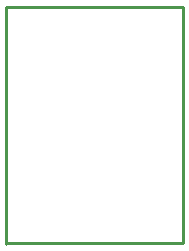
<source format=gm1>
G04*
G04 #@! TF.GenerationSoftware,Altium Limited,Altium Designer,21.4.1 (30)*
G04*
G04 Layer_Color=16711935*
%FSAX44Y44*%
%MOMM*%
G71*
G04*
G04 #@! TF.SameCoordinates,AAF776F8-FBBB-4BB9-BD60-B29B690429C4*
G04*
G04*
G04 #@! TF.FilePolarity,Positive*
G04*
G01*
G75*
%ADD15C,0.2540*%
D15*
X00150000Y00000047D02*
Y00200000D01*
X-00000037Y00000047D02*
X00150000Y00000047D01*
X00000000Y00200000D02*
X00150000D01*
X00000000Y00000000D02*
Y00200000D01*
M02*

</source>
